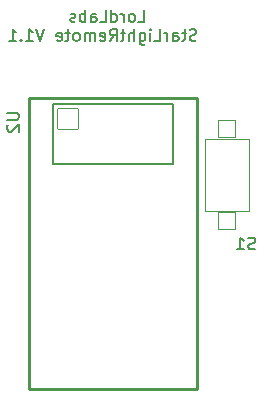
<source format=gbo>
%TF.GenerationSoftware,KiCad,Pcbnew,(6.0.7)*%
%TF.CreationDate,2022-09-15T17:21:33-05:00*%
%TF.ProjectId,starlightremote,73746172-6c69-4676-9874-72656d6f7465,rev?*%
%TF.SameCoordinates,Original*%
%TF.FileFunction,Legend,Bot*%
%TF.FilePolarity,Positive*%
%FSLAX46Y46*%
G04 Gerber Fmt 4.6, Leading zero omitted, Abs format (unit mm)*
G04 Created by KiCad (PCBNEW (6.0.7)) date 2022-09-15 17:21:33*
%MOMM*%
%LPD*%
G01*
G04 APERTURE LIST*
G04 Aperture macros list*
%AMRoundRect*
0 Rectangle with rounded corners*
0 $1 Rounding radius*
0 $2 $3 $4 $5 $6 $7 $8 $9 X,Y pos of 4 corners*
0 Add a 4 corners polygon primitive as box body*
4,1,4,$2,$3,$4,$5,$6,$7,$8,$9,$2,$3,0*
0 Add four circle primitives for the rounded corners*
1,1,$1+$1,$2,$3*
1,1,$1+$1,$4,$5*
1,1,$1+$1,$6,$7*
1,1,$1+$1,$8,$9*
0 Add four rect primitives between the rounded corners*
20,1,$1+$1,$2,$3,$4,$5,0*
20,1,$1+$1,$4,$5,$6,$7,0*
20,1,$1+$1,$6,$7,$8,$9,0*
20,1,$1+$1,$8,$9,$2,$3,0*%
G04 Aperture macros list end*
%ADD10C,0.150000*%
%ADD11C,0.120000*%
%ADD12C,0.254000*%
%ADD13C,0.152400*%
%ADD14R,1.727200X1.727200*%
%ADD15O,1.727200X1.727200*%
%ADD16RoundRect,0.051000X-0.750000X0.750000X-0.750000X-0.750000X0.750000X-0.750000X0.750000X0.750000X0*%
%ADD17RoundRect,0.051000X-0.900000X-0.900000X0.900000X-0.900000X0.900000X0.900000X-0.900000X0.900000X0*%
%ADD18C,1.902000*%
%ADD19O,0.902000X0.902000*%
%ADD20O,2.102000X1.552000*%
%ADD21O,1.902000X1.252000*%
%ADD22C,4.502000*%
%ADD23RoundRect,0.051000X-0.863600X0.863600X-0.863600X-0.863600X0.863600X-0.863600X0.863600X0.863600X0*%
%ADD24O,1.829200X1.829200*%
G04 APERTURE END LIST*
D10*
X115522000Y-74323380D02*
X115998190Y-74323380D01*
X115998190Y-73323380D01*
X115045809Y-74323380D02*
X115141047Y-74275761D01*
X115188666Y-74228142D01*
X115236285Y-74132904D01*
X115236285Y-73847190D01*
X115188666Y-73751952D01*
X115141047Y-73704333D01*
X115045809Y-73656714D01*
X114902952Y-73656714D01*
X114807714Y-73704333D01*
X114760095Y-73751952D01*
X114712476Y-73847190D01*
X114712476Y-74132904D01*
X114760095Y-74228142D01*
X114807714Y-74275761D01*
X114902952Y-74323380D01*
X115045809Y-74323380D01*
X114283904Y-74323380D02*
X114283904Y-73656714D01*
X114283904Y-73847190D02*
X114236285Y-73751952D01*
X114188666Y-73704333D01*
X114093428Y-73656714D01*
X113998190Y-73656714D01*
X113236285Y-74323380D02*
X113236285Y-73323380D01*
X113236285Y-74275761D02*
X113331523Y-74323380D01*
X113522000Y-74323380D01*
X113617238Y-74275761D01*
X113664857Y-74228142D01*
X113712476Y-74132904D01*
X113712476Y-73847190D01*
X113664857Y-73751952D01*
X113617238Y-73704333D01*
X113522000Y-73656714D01*
X113331523Y-73656714D01*
X113236285Y-73704333D01*
X112283904Y-74323380D02*
X112760095Y-74323380D01*
X112760095Y-73323380D01*
X111522000Y-74323380D02*
X111522000Y-73799571D01*
X111569619Y-73704333D01*
X111664857Y-73656714D01*
X111855333Y-73656714D01*
X111950571Y-73704333D01*
X111522000Y-74275761D02*
X111617238Y-74323380D01*
X111855333Y-74323380D01*
X111950571Y-74275761D01*
X111998190Y-74180523D01*
X111998190Y-74085285D01*
X111950571Y-73990047D01*
X111855333Y-73942428D01*
X111617238Y-73942428D01*
X111522000Y-73894809D01*
X111045809Y-74323380D02*
X111045809Y-73323380D01*
X111045809Y-73704333D02*
X110950571Y-73656714D01*
X110760095Y-73656714D01*
X110664857Y-73704333D01*
X110617238Y-73751952D01*
X110569619Y-73847190D01*
X110569619Y-74132904D01*
X110617238Y-74228142D01*
X110664857Y-74275761D01*
X110760095Y-74323380D01*
X110950571Y-74323380D01*
X111045809Y-74275761D01*
X110188666Y-74275761D02*
X110093428Y-74323380D01*
X109902952Y-74323380D01*
X109807714Y-74275761D01*
X109760095Y-74180523D01*
X109760095Y-74132904D01*
X109807714Y-74037666D01*
X109902952Y-73990047D01*
X110045809Y-73990047D01*
X110141047Y-73942428D01*
X110188666Y-73847190D01*
X110188666Y-73799571D01*
X110141047Y-73704333D01*
X110045809Y-73656714D01*
X109902952Y-73656714D01*
X109807714Y-73704333D01*
X120450571Y-75885761D02*
X120307714Y-75933380D01*
X120069619Y-75933380D01*
X119974380Y-75885761D01*
X119926761Y-75838142D01*
X119879142Y-75742904D01*
X119879142Y-75647666D01*
X119926761Y-75552428D01*
X119974380Y-75504809D01*
X120069619Y-75457190D01*
X120260095Y-75409571D01*
X120355333Y-75361952D01*
X120402952Y-75314333D01*
X120450571Y-75219095D01*
X120450571Y-75123857D01*
X120402952Y-75028619D01*
X120355333Y-74981000D01*
X120260095Y-74933380D01*
X120022000Y-74933380D01*
X119879142Y-74981000D01*
X119593428Y-75266714D02*
X119212476Y-75266714D01*
X119450571Y-74933380D02*
X119450571Y-75790523D01*
X119402952Y-75885761D01*
X119307714Y-75933380D01*
X119212476Y-75933380D01*
X118450571Y-75933380D02*
X118450571Y-75409571D01*
X118498190Y-75314333D01*
X118593428Y-75266714D01*
X118783904Y-75266714D01*
X118879142Y-75314333D01*
X118450571Y-75885761D02*
X118545809Y-75933380D01*
X118783904Y-75933380D01*
X118879142Y-75885761D01*
X118926761Y-75790523D01*
X118926761Y-75695285D01*
X118879142Y-75600047D01*
X118783904Y-75552428D01*
X118545809Y-75552428D01*
X118450571Y-75504809D01*
X117974380Y-75933380D02*
X117974380Y-75266714D01*
X117974380Y-75457190D02*
X117926761Y-75361952D01*
X117879142Y-75314333D01*
X117783904Y-75266714D01*
X117688666Y-75266714D01*
X116879142Y-75933380D02*
X117355333Y-75933380D01*
X117355333Y-74933380D01*
X116545809Y-75933380D02*
X116545809Y-75266714D01*
X116545809Y-74933380D02*
X116593428Y-74981000D01*
X116545809Y-75028619D01*
X116498190Y-74981000D01*
X116545809Y-74933380D01*
X116545809Y-75028619D01*
X115641047Y-75266714D02*
X115641047Y-76076238D01*
X115688666Y-76171476D01*
X115736285Y-76219095D01*
X115831523Y-76266714D01*
X115974380Y-76266714D01*
X116069619Y-76219095D01*
X115641047Y-75885761D02*
X115736285Y-75933380D01*
X115926761Y-75933380D01*
X116022000Y-75885761D01*
X116069619Y-75838142D01*
X116117238Y-75742904D01*
X116117238Y-75457190D01*
X116069619Y-75361952D01*
X116022000Y-75314333D01*
X115926761Y-75266714D01*
X115736285Y-75266714D01*
X115641047Y-75314333D01*
X115164857Y-75933380D02*
X115164857Y-74933380D01*
X114736285Y-75933380D02*
X114736285Y-75409571D01*
X114783904Y-75314333D01*
X114879142Y-75266714D01*
X115022000Y-75266714D01*
X115117238Y-75314333D01*
X115164857Y-75361952D01*
X114402952Y-75266714D02*
X114022000Y-75266714D01*
X114260095Y-74933380D02*
X114260095Y-75790523D01*
X114212476Y-75885761D01*
X114117238Y-75933380D01*
X114022000Y-75933380D01*
X113117238Y-75933380D02*
X113450571Y-75457190D01*
X113688666Y-75933380D02*
X113688666Y-74933380D01*
X113307714Y-74933380D01*
X113212476Y-74981000D01*
X113164857Y-75028619D01*
X113117238Y-75123857D01*
X113117238Y-75266714D01*
X113164857Y-75361952D01*
X113212476Y-75409571D01*
X113307714Y-75457190D01*
X113688666Y-75457190D01*
X112307714Y-75885761D02*
X112402952Y-75933380D01*
X112593428Y-75933380D01*
X112688666Y-75885761D01*
X112736285Y-75790523D01*
X112736285Y-75409571D01*
X112688666Y-75314333D01*
X112593428Y-75266714D01*
X112402952Y-75266714D01*
X112307714Y-75314333D01*
X112260095Y-75409571D01*
X112260095Y-75504809D01*
X112736285Y-75600047D01*
X111831523Y-75933380D02*
X111831523Y-75266714D01*
X111831523Y-75361952D02*
X111783904Y-75314333D01*
X111688666Y-75266714D01*
X111545809Y-75266714D01*
X111450571Y-75314333D01*
X111402952Y-75409571D01*
X111402952Y-75933380D01*
X111402952Y-75409571D02*
X111355333Y-75314333D01*
X111260095Y-75266714D01*
X111117238Y-75266714D01*
X111022000Y-75314333D01*
X110974380Y-75409571D01*
X110974380Y-75933380D01*
X110355333Y-75933380D02*
X110450571Y-75885761D01*
X110498190Y-75838142D01*
X110545809Y-75742904D01*
X110545809Y-75457190D01*
X110498190Y-75361952D01*
X110450571Y-75314333D01*
X110355333Y-75266714D01*
X110212476Y-75266714D01*
X110117238Y-75314333D01*
X110069619Y-75361952D01*
X110022000Y-75457190D01*
X110022000Y-75742904D01*
X110069619Y-75838142D01*
X110117238Y-75885761D01*
X110212476Y-75933380D01*
X110355333Y-75933380D01*
X109736285Y-75266714D02*
X109355333Y-75266714D01*
X109593428Y-74933380D02*
X109593428Y-75790523D01*
X109545809Y-75885761D01*
X109450571Y-75933380D01*
X109355333Y-75933380D01*
X108641047Y-75885761D02*
X108736285Y-75933380D01*
X108926761Y-75933380D01*
X109022000Y-75885761D01*
X109069619Y-75790523D01*
X109069619Y-75409571D01*
X109022000Y-75314333D01*
X108926761Y-75266714D01*
X108736285Y-75266714D01*
X108641047Y-75314333D01*
X108593428Y-75409571D01*
X108593428Y-75504809D01*
X109069619Y-75600047D01*
X107545809Y-74933380D02*
X107212476Y-75933380D01*
X106879142Y-74933380D01*
X106022000Y-75933380D02*
X106593428Y-75933380D01*
X106307714Y-75933380D02*
X106307714Y-74933380D01*
X106402952Y-75076238D01*
X106498190Y-75171476D01*
X106593428Y-75219095D01*
X105593428Y-75838142D02*
X105545809Y-75885761D01*
X105593428Y-75933380D01*
X105641047Y-75885761D01*
X105593428Y-75838142D01*
X105593428Y-75933380D01*
X104593428Y-75933380D02*
X105164857Y-75933380D01*
X104879142Y-75933380D02*
X104879142Y-74933380D01*
X104974380Y-75076238D01*
X105069619Y-75171476D01*
X105164857Y-75219095D01*
X125411904Y-93554761D02*
X125269047Y-93602380D01*
X125030952Y-93602380D01*
X124935714Y-93554761D01*
X124888095Y-93507142D01*
X124840476Y-93411904D01*
X124840476Y-93316666D01*
X124888095Y-93221428D01*
X124935714Y-93173809D01*
X125030952Y-93126190D01*
X125221428Y-93078571D01*
X125316666Y-93030952D01*
X125364285Y-92983333D01*
X125411904Y-92888095D01*
X125411904Y-92792857D01*
X125364285Y-92697619D01*
X125316666Y-92650000D01*
X125221428Y-92602380D01*
X124983333Y-92602380D01*
X124840476Y-92650000D01*
X123888095Y-93602380D02*
X124459523Y-93602380D01*
X124173809Y-93602380D02*
X124173809Y-92602380D01*
X124269047Y-92745238D01*
X124364285Y-92840476D01*
X124459523Y-92888095D01*
X104417880Y-82042095D02*
X105227404Y-82042095D01*
X105322642Y-82089714D01*
X105370261Y-82137333D01*
X105417880Y-82232571D01*
X105417880Y-82423047D01*
X105370261Y-82518285D01*
X105322642Y-82565904D01*
X105227404Y-82613523D01*
X104417880Y-82613523D01*
X104513119Y-83042095D02*
X104465500Y-83089714D01*
X104417880Y-83184952D01*
X104417880Y-83423047D01*
X104465500Y-83518285D01*
X104513119Y-83565904D01*
X104608357Y-83613523D01*
X104703595Y-83613523D01*
X104846452Y-83565904D01*
X105417880Y-82994476D01*
X105417880Y-83613523D01*
D11*
X121181250Y-90372500D02*
X124881250Y-90372500D01*
X124881250Y-90372500D02*
X124881250Y-84252500D01*
X124881250Y-84252500D02*
X121181250Y-84252500D01*
X121181250Y-84252500D02*
X121181250Y-90372500D01*
D12*
X120459500Y-80772000D02*
X106235500Y-80772000D01*
D13*
X118427500Y-81280000D02*
X118427500Y-86360000D01*
X118427500Y-86360000D02*
X108267500Y-86360000D01*
D12*
X106235500Y-80772000D02*
X106235500Y-105410000D01*
D13*
X108267500Y-83820000D02*
X108267500Y-81280000D01*
X110807500Y-81280000D02*
X118427500Y-81280000D01*
X108267500Y-81280000D02*
X110807500Y-81280000D01*
X108267500Y-86360000D02*
X108267500Y-83820000D01*
D12*
X120459500Y-105410000D02*
X120459500Y-80772000D01*
X106235500Y-105410000D02*
X120459500Y-105410000D01*
D14*
X109537500Y-82550000D03*
D15*
X109537500Y-85090000D03*
X112077500Y-82550000D03*
X112077500Y-85090000D03*
X114617500Y-82550000D03*
X114617500Y-85090000D03*
X117157500Y-82550000D03*
X117157500Y-85090000D03*
%LPC*%
D16*
X123031250Y-83412500D03*
X123031250Y-91212500D03*
D17*
X100012500Y-100500000D03*
D18*
X102552500Y-100500000D03*
D19*
X94462500Y-87987500D03*
X94462500Y-92987500D03*
D20*
X95512500Y-94212500D03*
D21*
X91712500Y-94362500D03*
D20*
X95512500Y-86762500D03*
D21*
X91712500Y-86612500D03*
D22*
X92868750Y-100012500D03*
X92841250Y-74993500D03*
X123003750Y-74993500D03*
X123031250Y-100012500D03*
D23*
X109537500Y-82550000D03*
D24*
X109537500Y-85090000D03*
X112077500Y-82550000D03*
X112077500Y-85090000D03*
X114617500Y-82550000D03*
X114617500Y-85090000D03*
X117157500Y-82550000D03*
X117157500Y-85090000D03*
M02*

</source>
